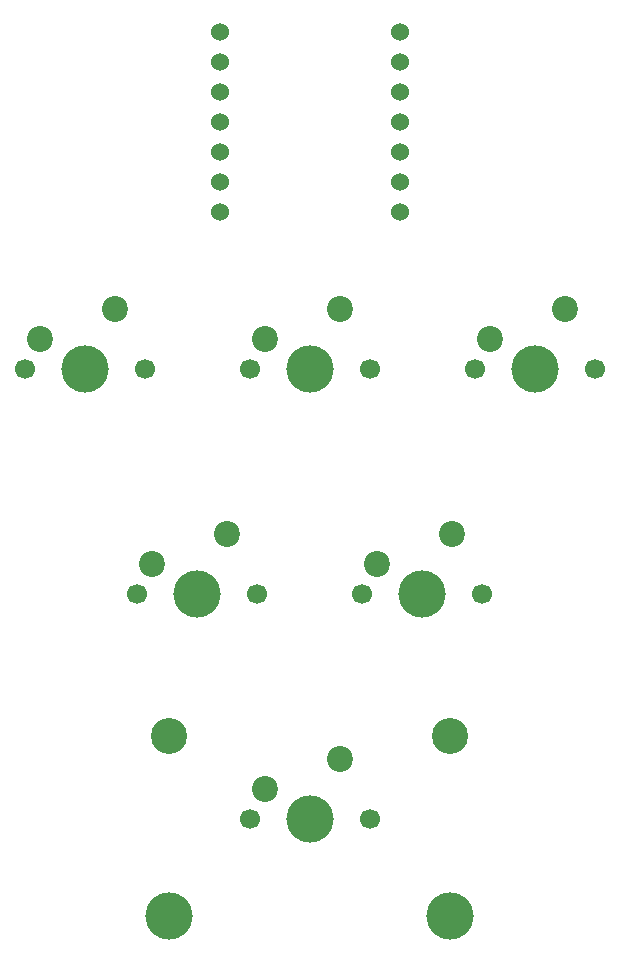
<source format=gbr>
%TF.GenerationSoftware,KiCad,Pcbnew,9.0.2*%
%TF.CreationDate,2025-07-05T15:14:09-07:00*%
%TF.ProjectId,Hackpad,4861636b-7061-4642-9e6b-696361645f70,rev?*%
%TF.SameCoordinates,Original*%
%TF.FileFunction,Soldermask,Bot*%
%TF.FilePolarity,Negative*%
%FSLAX46Y46*%
G04 Gerber Fmt 4.6, Leading zero omitted, Abs format (unit mm)*
G04 Created by KiCad (PCBNEW 9.0.2) date 2025-07-05 15:14:09*
%MOMM*%
%LPD*%
G01*
G04 APERTURE LIST*
%ADD10C,1.524000*%
%ADD11C,2.200000*%
%ADD12C,1.700000*%
%ADD13C,4.000000*%
%ADD14C,3.050000*%
G04 APERTURE END LIST*
D10*
%TO.C,U1*%
X123666250Y-92868750D03*
X123666250Y-95408750D03*
X123666250Y-97948750D03*
X123666250Y-100488750D03*
X123666250Y-103028750D03*
X123666250Y-105568750D03*
X123666250Y-108108750D03*
X138906250Y-108108750D03*
X138906250Y-105568750D03*
X138906250Y-103028750D03*
X138906250Y-100488750D03*
X138906250Y-97948750D03*
X138906250Y-95408750D03*
X138906250Y-92868750D03*
%TD*%
D11*
%TO.C,SW2*%
X127476250Y-118903750D03*
X133826250Y-116363750D03*
D12*
X136366250Y-121443750D03*
D13*
X131286250Y-121443750D03*
D12*
X126206250Y-121443750D03*
%TD*%
%TO.C,SW8*%
X145256250Y-121443750D03*
D13*
X150336250Y-121443750D03*
D12*
X155416250Y-121443750D03*
D11*
X152876250Y-116363750D03*
X146526250Y-118903750D03*
%TD*%
%TO.C,SW4*%
X117951250Y-137953750D03*
X124301250Y-135413750D03*
D12*
X126841250Y-140493750D03*
D13*
X121761250Y-140493750D03*
D12*
X116681250Y-140493750D03*
%TD*%
%TO.C,SW5*%
X107156250Y-121443750D03*
D13*
X112236250Y-121443750D03*
D12*
X117316250Y-121443750D03*
D11*
X114776250Y-116363750D03*
X108426250Y-118903750D03*
%TD*%
%TO.C,SW1*%
X127476250Y-157003750D03*
X133826250Y-154463750D03*
D13*
X143186250Y-167783750D03*
D14*
X143186250Y-152543750D03*
D12*
X136366250Y-159543750D03*
D13*
X131286250Y-159543750D03*
D12*
X126206250Y-159543750D03*
D13*
X119386250Y-167783750D03*
D14*
X119386250Y-152543750D03*
%TD*%
D11*
%TO.C,SW3*%
X137001250Y-137953750D03*
X143351250Y-135413750D03*
D12*
X145891250Y-140493750D03*
D13*
X140811250Y-140493750D03*
D12*
X135731250Y-140493750D03*
%TD*%
M02*

</source>
